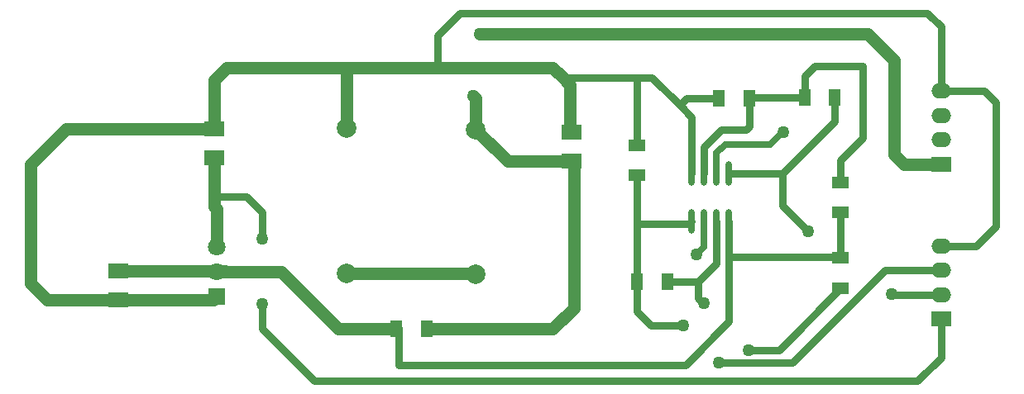
<source format=gtl>
G04*
G04 #@! TF.GenerationSoftware,Altium Limited,CircuitMaker,2.3.0 (2.3.0.3)*
G04*
G04 Layer_Physical_Order=1*
G04 Layer_Color=25308*
%FSLAX44Y44*%
%MOMM*%
G71*
G04*
G04 #@! TF.SameCoordinates,3867E452-9A94-4D0D-B9CB-7D4815C22769*
G04*
G04*
G04 #@! TF.FilePolarity,Positive*
G04*
G01*
G75*
%ADD10R,1.8000X1.3000*%
%ADD11R,1.3000X1.8000*%
%ADD12O,0.7000X2.5000*%
%ADD13R,2.0000X1.6500*%
%ADD14C,0.7620*%
%ADD15C,1.2700*%
%ADD16C,0.6350*%
%ADD17O,2.0320X1.5240*%
%ADD18R,2.0320X1.5240*%
%ADD19R,1.8000X1.8000*%
%ADD20C,1.8000*%
%ADD21C,2.0000*%
%ADD22C,1.2700*%
D10*
X894080Y153410D02*
D03*
Y184410D02*
D03*
Y261880D02*
D03*
Y230880D02*
D03*
X685800Y299980D02*
D03*
Y268980D02*
D03*
D11*
X769360Y347980D02*
D03*
X800360D02*
D03*
X685540Y160020D02*
D03*
X716540D02*
D03*
X856990Y349250D02*
D03*
X887990D02*
D03*
X439160Y111760D02*
D03*
X470160D02*
D03*
D12*
X779780Y270880D02*
D03*
X767080D02*
D03*
X754380D02*
D03*
X741680D02*
D03*
X779780Y221880D02*
D03*
X767080D02*
D03*
X754380D02*
D03*
X741680D02*
D03*
D13*
X618490Y283700D02*
D03*
Y313200D02*
D03*
X154940Y170960D02*
D03*
Y141460D02*
D03*
X252730Y287510D02*
D03*
Y317010D02*
D03*
D14*
X946150Y147320D02*
X946550Y146920D01*
X996950D01*
X769620Y77470D02*
X844550D01*
X939000Y171920D01*
X355600Y58420D02*
X972820D01*
X302260Y111760D02*
X355600Y58420D01*
X972820D02*
X996950Y82550D01*
X939000Y171920D02*
X996950D01*
X830840Y90170D02*
X894080Y153410D01*
X800100Y90170D02*
X830840D01*
X481330Y381000D02*
X482600Y379730D01*
X481330Y381000D02*
Y412750D01*
X504190Y435610D01*
X982980D01*
X996950Y421640D01*
Y355670D02*
Y421640D01*
X729615Y340995D02*
X741680Y328930D01*
X701040Y369570D02*
X729615Y340995D01*
X736600Y347980D01*
X769360D01*
X887990Y324110D02*
Y349250D01*
X834760Y270880D02*
X887990Y324110D01*
X834760Y238390D02*
Y270880D01*
Y238390D02*
X861060Y212090D01*
X748030Y143510D02*
X754380Y137160D01*
Y138430D01*
X748030Y143510D02*
Y160020D01*
X779780Y270880D02*
X834760D01*
X916940Y307340D02*
Y381000D01*
X894080Y284480D02*
X916940Y307340D01*
X996950Y355670D02*
X997020Y355600D01*
X1041400D01*
X1052830Y344170D01*
Y217170D02*
Y344170D01*
X1032580Y196920D02*
X1052830Y217170D01*
X996950Y196920D02*
X1032580D01*
X252730Y247650D02*
X285750D01*
X302260Y231140D01*
Y204470D02*
Y231140D01*
Y111760D02*
Y137160D01*
X996950Y82550D02*
Y121920D01*
X800360Y319030D02*
Y347980D01*
X797560Y316230D02*
X800360Y319030D01*
X772160Y316230D02*
X797560D01*
X754380Y298450D02*
X772160Y316230D01*
X754380Y270880D02*
Y298450D01*
X801630Y349250D02*
X856990D01*
X800360Y347980D02*
X801630Y349250D01*
X856990D02*
Y370580D01*
X867410Y381000D01*
X916940D01*
X894080Y261880D02*
Y284480D01*
X779780Y185420D02*
Y221880D01*
Y119380D02*
Y185420D01*
X893070D02*
X894080Y184410D01*
X779780Y185420D02*
X893070D01*
X894080Y184410D02*
Y230880D01*
X699770Y115570D02*
X732790D01*
X685540Y129800D02*
X699770Y115570D01*
X685540Y129800D02*
Y160020D01*
X767080Y179070D02*
Y221880D01*
X748030Y160020D02*
X767080Y179070D01*
X716540Y160020D02*
X748030D01*
X685540Y219710D02*
Y268720D01*
Y160020D02*
Y219710D01*
X739510D01*
X741680Y221880D01*
X685540Y268720D02*
X685800Y268980D01*
X684530Y369570D02*
X701040D01*
X610870D02*
X684530D01*
X685800Y368300D01*
Y299980D02*
Y368300D01*
X439160Y111760D02*
X441960Y108960D01*
Y74930D02*
Y108960D01*
Y74930D02*
X735330D01*
X779780Y119380D01*
X610235Y368935D02*
X610870Y369570D01*
X741680Y270880D02*
Y328930D01*
D15*
X482600Y379730D02*
X599440D01*
X391160D02*
X482600D01*
X958850Y280670D02*
X996950D01*
X948690Y290830D02*
X958850Y280670D01*
X948690Y290830D02*
Y387350D01*
X922020Y414020D02*
X948690Y387350D01*
X524510Y414020D02*
X922020D01*
X518160Y350520D02*
X520700Y347980D01*
Y316230D02*
Y347980D01*
X252730Y247650D02*
Y287510D01*
Y237490D02*
Y247650D01*
X610235Y368935D02*
X617220Y361950D01*
X599440Y379730D02*
X610235Y368935D01*
X519430Y168910D02*
X520700Y167640D01*
X388620Y168910D02*
X519430D01*
X252730Y237490D02*
X255270Y234950D01*
Y195580D02*
Y234950D01*
X101110Y317010D02*
X252730D01*
X64770Y280670D02*
X101110Y317010D01*
X64770Y158750D02*
Y280670D01*
Y158750D02*
X82060Y141460D01*
X154940D01*
X251950D02*
X255270Y144780D01*
X154940Y141460D02*
X251950D01*
X264160Y170180D02*
X321310D01*
X154940Y170960D02*
X263380D01*
X264160Y170180D01*
X321310D02*
X379730Y111760D01*
X439160D01*
X618490Y283700D02*
X621030Y281160D01*
Y133350D02*
Y281160D01*
X599440Y111760D02*
X621030Y133350D01*
X470160Y111760D02*
X599440D01*
X520700Y316230D02*
X553230Y283700D01*
X618490D01*
X265430Y379730D02*
X391160D01*
X388620Y377190D02*
X391160Y379730D01*
X388620Y317500D02*
Y377190D01*
X617220Y314470D02*
X618490Y313200D01*
X617220Y314470D02*
Y361950D01*
X252730Y367030D02*
X265430Y379730D01*
X252730Y317010D02*
Y367030D01*
D16*
X746760Y187960D02*
X754380Y195580D01*
Y221880D01*
X834390Y313690D02*
X835660D01*
X821690Y300990D02*
X834390Y313690D01*
X775970Y300990D02*
X821690D01*
X767080Y292100D02*
X775970Y300990D01*
X767080Y270880D02*
Y292100D01*
D17*
X996950Y196920D02*
D03*
Y171920D02*
D03*
Y146920D02*
D03*
Y355670D02*
D03*
Y330670D02*
D03*
Y305670D02*
D03*
D18*
Y121920D02*
D03*
Y280670D02*
D03*
D19*
X255270Y144780D02*
D03*
D20*
Y170180D02*
D03*
Y195580D02*
D03*
D21*
X520700Y167640D02*
D03*
Y316230D02*
D03*
X388620Y317500D02*
D03*
Y168910D02*
D03*
D22*
X946150Y147320D02*
D03*
X769620Y77470D02*
D03*
X800100Y90170D02*
D03*
X861060Y212090D02*
D03*
X754380Y138430D02*
D03*
X746760Y187960D02*
D03*
X835660Y313690D02*
D03*
X524510Y414020D02*
D03*
X518160Y350520D02*
D03*
X302260Y204470D02*
D03*
Y137160D02*
D03*
X732790Y115570D02*
D03*
M02*

</source>
